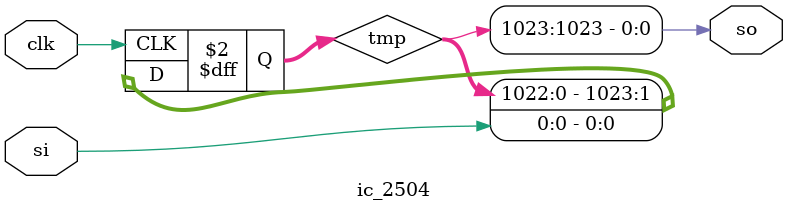
<source format=v>
`timescale 1ns / 1ps


module ic_2504(
    input clk,
    input si,
    output so
    );
    
    reg [1023:0] tmp;
    
    always @(posedge clk)
    begin
        tmp <= {tmp[1022:0], si};
    end
    
    assign so = tmp[1023];
    
endmodule

</source>
